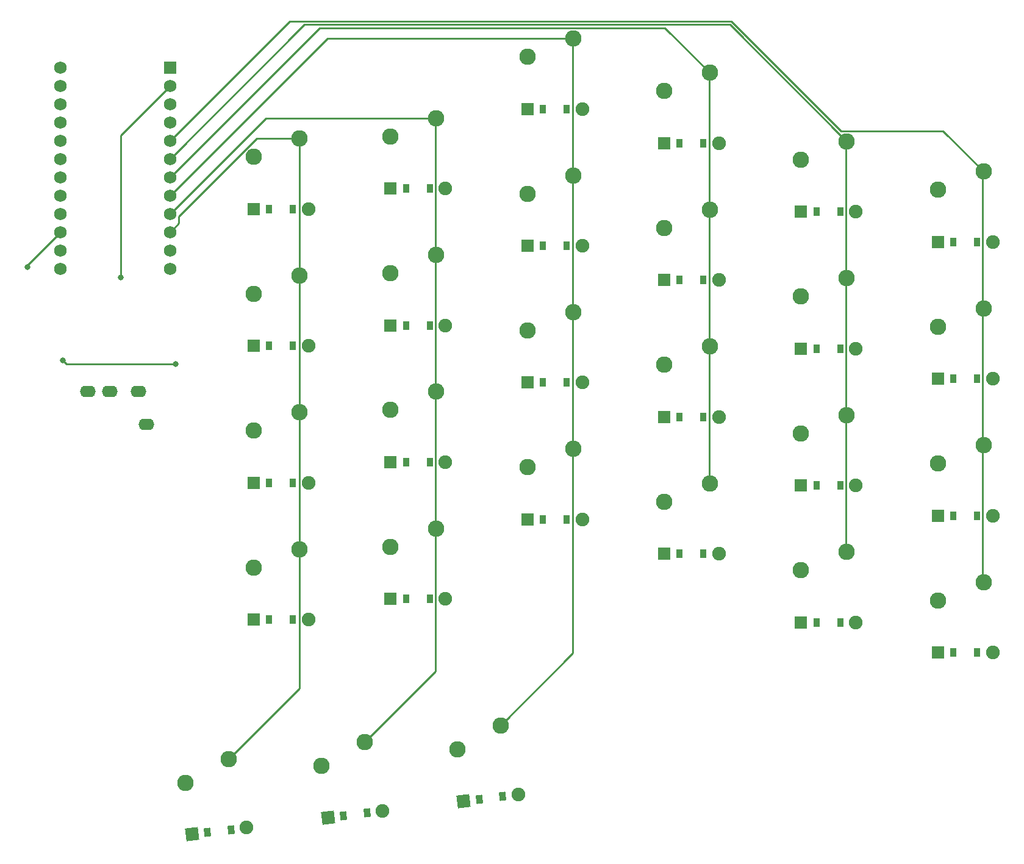
<source format=gbr>
%TF.GenerationSoftware,KiCad,Pcbnew,9.0.1*%
%TF.CreationDate,2025-06-02T17:15:55+02:00*%
%TF.ProjectId,pleiades_r,706c6569-6164-4657-935f-722e6b696361,v1.0.0*%
%TF.SameCoordinates,Original*%
%TF.FileFunction,Copper,L2,Bot*%
%TF.FilePolarity,Positive*%
%FSLAX46Y46*%
G04 Gerber Fmt 4.6, Leading zero omitted, Abs format (unit mm)*
G04 Created by KiCad (PCBNEW 9.0.1) date 2025-06-02 17:15:55*
%MOMM*%
%LPD*%
G01*
G04 APERTURE LIST*
G04 Aperture macros list*
%AMRotRect*
0 Rectangle, with rotation*
0 The origin of the aperture is its center*
0 $1 length*
0 $2 width*
0 $3 Rotation angle, in degrees counterclockwise*
0 Add horizontal line*
21,1,$1,$2,0,0,$3*%
G04 Aperture macros list end*
%TA.AperFunction,ComponentPad*%
%ADD10C,2.286000*%
%TD*%
%TA.AperFunction,ComponentPad*%
%ADD11R,1.752600X1.752600*%
%TD*%
%TA.AperFunction,ComponentPad*%
%ADD12C,1.752600*%
%TD*%
%TA.AperFunction,SMDPad,CuDef*%
%ADD13R,0.900000X1.200000*%
%TD*%
%TA.AperFunction,ComponentPad*%
%ADD14R,1.778000X1.778000*%
%TD*%
%TA.AperFunction,ComponentPad*%
%ADD15C,1.905000*%
%TD*%
%TA.AperFunction,SMDPad,CuDef*%
%ADD16RotRect,0.900000X1.200000X7.000000*%
%TD*%
%TA.AperFunction,ComponentPad*%
%ADD17RotRect,1.778000X1.778000X7.000000*%
%TD*%
%TA.AperFunction,ComponentPad*%
%ADD18O,2.200000X1.600000*%
%TD*%
%TA.AperFunction,ViaPad*%
%ADD19C,0.800000*%
%TD*%
%TA.AperFunction,Conductor*%
%ADD20C,0.250000*%
%TD*%
G04 APERTURE END LIST*
D10*
%TO.P,S1,1*%
%TO.N,P21*%
X324823508Y2222500D03*
%TO.P,S1,2*%
%TO.N,mirror_inner_bot*%
X318473508Y-317500D03*
%TD*%
%TO.P,S2,1*%
%TO.N,P21*%
X324823508Y21222500D03*
%TO.P,S2,2*%
%TO.N,mirror_inner_mid*%
X318473508Y18682500D03*
%TD*%
%TO.P,S3,1*%
%TO.N,P21*%
X324823508Y40222500D03*
%TO.P,S3,2*%
%TO.N,mirror_inner_top*%
X318473508Y37682500D03*
%TD*%
%TO.P,S4,1*%
%TO.N,P21*%
X324823508Y59222500D03*
%TO.P,S4,2*%
%TO.N,mirror_inner_num*%
X318473508Y56682500D03*
%TD*%
%TO.P,S5,1*%
%TO.N,P20*%
X305823508Y6413500D03*
%TO.P,S5,2*%
%TO.N,mirror_pinky_bot*%
X299473508Y3873500D03*
%TD*%
%TO.P,S6,1*%
%TO.N,P20*%
X305823508Y25413500D03*
%TO.P,S6,2*%
%TO.N,mirror_pinky_mid*%
X299473508Y22873500D03*
%TD*%
%TO.P,S7,1*%
%TO.N,P20*%
X305823508Y44413500D03*
%TO.P,S7,2*%
%TO.N,mirror_pinky_top*%
X299473508Y41873500D03*
%TD*%
%TO.P,S8,1*%
%TO.N,P20*%
X305823508Y63413500D03*
%TO.P,S8,2*%
%TO.N,mirror_pinky_num*%
X299473508Y60873500D03*
%TD*%
%TO.P,S9,1*%
%TO.N,P19*%
X286823508Y15938500D03*
%TO.P,S9,2*%
%TO.N,mirror_ring_bot*%
X280473508Y13398500D03*
%TD*%
%TO.P,S10,1*%
%TO.N,P19*%
X286823508Y34938500D03*
%TO.P,S10,2*%
%TO.N,mirror_ring_mid*%
X280473508Y32398500D03*
%TD*%
%TO.P,S11,1*%
%TO.N,P19*%
X286823508Y53938500D03*
%TO.P,S11,2*%
%TO.N,mirror_ring_top*%
X280473508Y51398500D03*
%TD*%
%TO.P,S12,1*%
%TO.N,P19*%
X286823508Y72938500D03*
%TO.P,S12,2*%
%TO.N,mirror_ring_num*%
X280473508Y70398500D03*
%TD*%
%TO.P,S13,1*%
%TO.N,P18*%
X267823508Y20701000D03*
%TO.P,S13,2*%
%TO.N,mirror_middle_bot*%
X261473508Y18161000D03*
%TD*%
%TO.P,S15,1*%
%TO.N,P18*%
X267823508Y58701000D03*
%TO.P,S15,2*%
%TO.N,mirror_middle_top*%
X261473508Y56161000D03*
%TD*%
%TO.P,S16,1*%
%TO.N,P18*%
X267823508Y77701000D03*
%TO.P,S16,2*%
%TO.N,mirror_middle_num*%
X261473508Y75161000D03*
%TD*%
%TO.P,S17,1*%
%TO.N,P15*%
X248823508Y9652000D03*
%TO.P,S17,2*%
%TO.N,mirror_point_bot*%
X242473508Y7112000D03*
%TD*%
%TO.P,S19,1*%
%TO.N,P15*%
X248823508Y47652000D03*
%TO.P,S19,2*%
%TO.N,mirror_point_top*%
X242473508Y45112000D03*
%TD*%
%TO.P,S20,1*%
%TO.N,P15*%
X248823508Y66652000D03*
%TO.P,S20,2*%
%TO.N,mirror_point_num*%
X242473508Y64112000D03*
%TD*%
%TO.P,S22,1*%
%TO.N,P14*%
X229823508Y25794500D03*
%TO.P,S22,2*%
%TO.N,mirror_pointfar_mid*%
X223473508Y23254500D03*
%TD*%
%TO.P,S23,1*%
%TO.N,P14*%
X229823508Y44794500D03*
%TO.P,S23,2*%
%TO.N,mirror_pointfar_top*%
X223473508Y42254500D03*
%TD*%
%TO.P,S24,1*%
%TO.N,P14*%
X229823508Y63794500D03*
%TO.P,S24,2*%
%TO.N,mirror_pointfar_num*%
X223473508Y61254500D03*
%TD*%
%TO.P,S25,1*%
%TO.N,P18*%
X257760479Y-17698817D03*
%TO.P,S25,2*%
%TO.N,mirror_alt_main*%
X251767359Y-20993755D03*
%TD*%
%TO.P,S26,1*%
%TO.N,P15*%
X238902102Y-20014334D03*
%TO.P,S26,2*%
%TO.N,mirror_mod_main*%
X232908982Y-23309272D03*
%TD*%
%TO.P,S27,1*%
%TO.N,P14*%
X220043725Y-22329852D03*
%TO.P,S27,2*%
%TO.N,mirror_space_main*%
X214050605Y-25624790D03*
%TD*%
D11*
%TO.P,MCU1,1*%
%TO.N,RAW*%
X211903508Y73684500D03*
D12*
%TO.P,MCU1,2*%
%TO.N,GND*%
X211903508Y71144500D03*
%TO.P,MCU1,3*%
%TO.N,RST*%
X211903508Y68604500D03*
%TO.P,MCU1,4*%
%TO.N,VCC*%
X211903508Y66064500D03*
%TO.P,MCU1,5*%
%TO.N,P21*%
X211903508Y63524500D03*
%TO.P,MCU1,6*%
%TO.N,P20*%
X211903508Y60984500D03*
%TO.P,MCU1,7*%
%TO.N,P19*%
X211903508Y58444500D03*
%TO.P,MCU1,8*%
%TO.N,P18*%
X211903508Y55904500D03*
%TO.P,MCU1,9*%
%TO.N,P15*%
X211903508Y53364500D03*
%TO.P,MCU1,10*%
%TO.N,P14*%
X211903508Y50824500D03*
%TO.P,MCU1,11*%
%TO.N,P16*%
X211903508Y48284500D03*
%TO.P,MCU1,12*%
%TO.N,P10*%
X211903508Y45744500D03*
%TO.P,MCU1,13*%
%TO.N,P1*%
X196663508Y73684500D03*
%TO.P,MCU1,14*%
%TO.N,P0*%
X196663508Y71144500D03*
%TO.P,MCU1,15*%
%TO.N,GND*%
X196663508Y68604500D03*
%TO.P,MCU1,16*%
X196663508Y66064500D03*
%TO.P,MCU1,17*%
%TO.N,P2*%
X196663508Y63524500D03*
%TO.P,MCU1,18*%
%TO.N,P3*%
X196663508Y60984500D03*
%TO.P,MCU1,19*%
%TO.N,P4*%
X196663508Y58444500D03*
%TO.P,MCU1,20*%
%TO.N,P5*%
X196663508Y55904500D03*
%TO.P,MCU1,21*%
%TO.N,P6*%
X196663508Y53364500D03*
%TO.P,MCU1,22*%
%TO.N,P7*%
X196663508Y50824500D03*
%TO.P,MCU1,23*%
%TO.N,P8*%
X196663508Y48284500D03*
%TO.P,MCU1,24*%
%TO.N,P9*%
X196663508Y45744500D03*
%TD*%
D13*
%TO.P,D1,2*%
%TO.N,mirror_inner_bot*%
X323933508Y-7557500D03*
%TO.P,D1,1*%
%TO.N,P16*%
X320633508Y-7557500D03*
D14*
X318473508Y-7557500D03*
D15*
%TO.P,D1,2*%
%TO.N,mirror_inner_bot*%
X326093508Y-7557500D03*
%TD*%
D13*
%TO.P,D2,2*%
%TO.N,mirror_inner_mid*%
X323933508Y11442500D03*
%TO.P,D2,1*%
%TO.N,P10*%
X320633508Y11442500D03*
D14*
X318473508Y11442500D03*
D15*
%TO.P,D2,2*%
%TO.N,mirror_inner_mid*%
X326093508Y11442500D03*
%TD*%
D13*
%TO.P,D3,2*%
%TO.N,mirror_inner_top*%
X323933508Y30442500D03*
%TO.P,D3,1*%
%TO.N,P9*%
X320633508Y30442500D03*
D14*
X318473508Y30442500D03*
D15*
%TO.P,D3,2*%
%TO.N,mirror_inner_top*%
X326093508Y30442500D03*
%TD*%
D13*
%TO.P,D4,2*%
%TO.N,mirror_inner_num*%
X323933508Y49442500D03*
%TO.P,D4,1*%
%TO.N,P8*%
X320633508Y49442500D03*
D14*
X318473508Y49442500D03*
D15*
%TO.P,D4,2*%
%TO.N,mirror_inner_num*%
X326093508Y49442500D03*
%TD*%
D13*
%TO.P,D5,2*%
%TO.N,mirror_pinky_bot*%
X304933508Y-3366500D03*
%TO.P,D5,1*%
%TO.N,P16*%
X301633508Y-3366500D03*
D14*
X299473508Y-3366500D03*
D15*
%TO.P,D5,2*%
%TO.N,mirror_pinky_bot*%
X307093508Y-3366500D03*
%TD*%
D13*
%TO.P,D6,2*%
%TO.N,mirror_pinky_mid*%
X304933508Y15633500D03*
%TO.P,D6,1*%
%TO.N,P10*%
X301633508Y15633500D03*
D14*
X299473508Y15633500D03*
D15*
%TO.P,D6,2*%
%TO.N,mirror_pinky_mid*%
X307093508Y15633500D03*
%TD*%
D13*
%TO.P,D7,2*%
%TO.N,mirror_pinky_top*%
X304933508Y34633500D03*
%TO.P,D7,1*%
%TO.N,P9*%
X301633508Y34633500D03*
D14*
X299473508Y34633500D03*
D15*
%TO.P,D7,2*%
%TO.N,mirror_pinky_top*%
X307093508Y34633500D03*
%TD*%
D13*
%TO.P,D8,2*%
%TO.N,mirror_pinky_num*%
X304933508Y53633500D03*
%TO.P,D8,1*%
%TO.N,P8*%
X301633508Y53633500D03*
D14*
X299473508Y53633500D03*
D15*
%TO.P,D8,2*%
%TO.N,mirror_pinky_num*%
X307093508Y53633500D03*
%TD*%
D13*
%TO.P,D9,2*%
%TO.N,mirror_ring_bot*%
X285933508Y6158500D03*
%TO.P,D9,1*%
%TO.N,P16*%
X282633508Y6158500D03*
D14*
X280473508Y6158500D03*
D15*
%TO.P,D9,2*%
%TO.N,mirror_ring_bot*%
X288093508Y6158500D03*
%TD*%
D13*
%TO.P,D10,2*%
%TO.N,mirror_ring_mid*%
X285933508Y25158500D03*
%TO.P,D10,1*%
%TO.N,P10*%
X282633508Y25158500D03*
D14*
X280473508Y25158500D03*
D15*
%TO.P,D10,2*%
%TO.N,mirror_ring_mid*%
X288093508Y25158500D03*
%TD*%
D13*
%TO.P,D11,2*%
%TO.N,mirror_ring_top*%
X285933508Y44158500D03*
%TO.P,D11,1*%
%TO.N,P9*%
X282633508Y44158500D03*
D14*
X280473508Y44158500D03*
D15*
%TO.P,D11,2*%
%TO.N,mirror_ring_top*%
X288093508Y44158500D03*
%TD*%
D13*
%TO.P,D12,2*%
%TO.N,mirror_ring_num*%
X285933508Y63158500D03*
%TO.P,D12,1*%
%TO.N,P8*%
X282633508Y63158500D03*
D14*
X280473508Y63158500D03*
D15*
%TO.P,D12,2*%
%TO.N,mirror_ring_num*%
X288093508Y63158500D03*
%TD*%
D13*
%TO.P,D14,2*%
%TO.N,mirror_middle_mid*%
X266933508Y29921000D03*
%TO.P,D14,1*%
%TO.N,P10*%
X263633508Y29921000D03*
D14*
X261473508Y29921000D03*
D15*
%TO.P,D14,2*%
%TO.N,mirror_middle_mid*%
X269093508Y29921000D03*
%TD*%
D13*
%TO.P,D15,2*%
%TO.N,mirror_middle_top*%
X266933508Y48921000D03*
%TO.P,D15,1*%
%TO.N,P9*%
X263633508Y48921000D03*
D14*
X261473508Y48921000D03*
D15*
%TO.P,D15,2*%
%TO.N,mirror_middle_top*%
X269093508Y48921000D03*
%TD*%
D13*
%TO.P,D17,2*%
%TO.N,mirror_point_bot*%
X247933508Y-128000D03*
%TO.P,D17,1*%
%TO.N,P16*%
X244633508Y-128000D03*
D14*
X242473508Y-128000D03*
D15*
%TO.P,D17,2*%
%TO.N,mirror_point_bot*%
X250093508Y-128000D03*
%TD*%
D13*
%TO.P,D18,2*%
%TO.N,mirror_point_mid*%
X247933508Y18872000D03*
%TO.P,D18,1*%
%TO.N,P10*%
X244633508Y18872000D03*
D14*
X242473508Y18872000D03*
D15*
%TO.P,D18,2*%
%TO.N,mirror_point_mid*%
X250093508Y18872000D03*
%TD*%
D13*
%TO.P,D19,2*%
%TO.N,mirror_point_top*%
X247933508Y37872000D03*
%TO.P,D19,1*%
%TO.N,P9*%
X244633508Y37872000D03*
D14*
X242473508Y37872000D03*
D15*
%TO.P,D19,2*%
%TO.N,mirror_point_top*%
X250093508Y37872000D03*
%TD*%
D13*
%TO.P,D20,2*%
%TO.N,mirror_point_num*%
X247933508Y56872000D03*
%TO.P,D20,1*%
%TO.N,P8*%
X244633508Y56872000D03*
D14*
X242473508Y56872000D03*
D15*
%TO.P,D20,2*%
%TO.N,mirror_point_num*%
X250093508Y56872000D03*
%TD*%
D13*
%TO.P,D21,2*%
%TO.N,mirror_pointfar_bot*%
X228933508Y-2985500D03*
%TO.P,D21,1*%
%TO.N,P16*%
X225633508Y-2985500D03*
D14*
X223473508Y-2985500D03*
D15*
%TO.P,D21,2*%
%TO.N,mirror_pointfar_bot*%
X231093508Y-2985500D03*
%TD*%
D13*
%TO.P,D22,2*%
%TO.N,mirror_pointfar_mid*%
X228933508Y16014500D03*
%TO.P,D22,1*%
%TO.N,P10*%
X225633508Y16014500D03*
D14*
X223473508Y16014500D03*
D15*
%TO.P,D22,2*%
%TO.N,mirror_pointfar_mid*%
X231093508Y16014500D03*
%TD*%
D13*
%TO.P,D23,2*%
%TO.N,mirror_pointfar_top*%
X228933508Y35014500D03*
%TO.P,D23,1*%
%TO.N,P9*%
X225633508Y35014500D03*
D14*
X223473508Y35014500D03*
D15*
%TO.P,D23,2*%
%TO.N,mirror_pointfar_top*%
X231093508Y35014500D03*
%TD*%
D16*
%TO.P,D25,2*%
%TO.N,mirror_alt_main*%
X258068994Y-27514383D03*
%TO.P,D25,1*%
%TO.N,P7*%
X254793592Y-27916551D03*
D17*
X252649692Y-28179789D03*
D15*
%TO.P,D25,2*%
%TO.N,mirror_alt_main*%
X260212894Y-27251145D03*
%TD*%
D16*
%TO.P,D26,2*%
%TO.N,mirror_mod_main*%
X239210618Y-29829900D03*
%TO.P,D26,1*%
%TO.N,P7*%
X235935216Y-30232068D03*
D17*
X233791316Y-30495306D03*
D15*
%TO.P,D26,2*%
%TO.N,mirror_mod_main*%
X241354518Y-29566662D03*
%TD*%
D16*
%TO.P,D27,2*%
%TO.N,mirror_space_main*%
X220352241Y-32145418D03*
%TO.P,D27,1*%
%TO.N,P7*%
X217076839Y-32547586D03*
D17*
X214932939Y-32810824D03*
D15*
%TO.P,D27,2*%
%TO.N,mirror_space_main*%
X222496141Y-31882180D03*
%TD*%
D18*
%TO.P,TRRS1,1*%
%TO.N,GND*%
X208583508Y24114500D03*
%TO.P,TRRS1,2*%
X207483508Y28714500D03*
%TO.P,TRRS1,3*%
%TO.N,P1*%
X203483508Y28714500D03*
%TO.P,TRRS1,4*%
%TO.N,VCC*%
X200483508Y28714500D03*
%TD*%
D10*
%TO.P,S21,1*%
%TO.N,P14*%
X229823508Y6794500D03*
%TO.P,S21,2*%
%TO.N,mirror_pointfar_bot*%
X223473508Y4254500D03*
%TD*%
D13*
%TO.P,D16,2*%
%TO.N,mirror_middle_num*%
X266933508Y67921000D03*
%TO.P,D16,1*%
%TO.N,P8*%
X263633508Y67921000D03*
D14*
X261473508Y67921000D03*
D15*
%TO.P,D16,2*%
%TO.N,mirror_middle_num*%
X269093508Y67921000D03*
%TD*%
D13*
%TO.P,D24,2*%
%TO.N,mirror_pointfar_num*%
X228933508Y54014500D03*
%TO.P,D24,1*%
%TO.N,P8*%
X225633508Y54014500D03*
D14*
X223473508Y54014500D03*
D15*
%TO.P,D24,2*%
%TO.N,mirror_pointfar_num*%
X231093508Y54014500D03*
%TD*%
D10*
%TO.P,S14,1*%
%TO.N,P18*%
X267823508Y39701000D03*
%TO.P,S14,2*%
%TO.N,mirror_middle_mid*%
X261473508Y37161000D03*
%TD*%
%TO.P,S18,1*%
%TO.N,P15*%
X248823508Y28652000D03*
%TO.P,S18,2*%
%TO.N,mirror_point_mid*%
X242473508Y26112000D03*
%TD*%
D13*
%TO.P,D13,2*%
%TO.N,mirror_middle_bot*%
X266933508Y10921000D03*
%TO.P,D13,1*%
%TO.N,P16*%
X263633508Y10921000D03*
D14*
X261473508Y10921000D03*
D15*
%TO.P,D13,2*%
%TO.N,mirror_middle_bot*%
X269093508Y10921000D03*
%TD*%
D19*
%TO.N,P7*%
X192058508Y46000000D03*
%TO.N,GND*%
X205000000Y44500000D03*
%TO.N,P9*%
X197000000Y33000000D03*
X212628508Y32500000D03*
%TD*%
D20*
%TO.N,P7*%
X192058508Y46219500D02*
X196663508Y50824500D01*
X192058508Y46000000D02*
X192058508Y46219500D01*
%TO.N,GND*%
X205000000Y64240992D02*
X211903508Y71144500D01*
X205000000Y44500000D02*
X205000000Y64240992D01*
%TO.N,P21*%
X228451008Y80072000D02*
X211903508Y63524500D01*
X289802818Y80072000D02*
X228451008Y80072000D01*
X304992318Y64882500D02*
X289802818Y80072000D01*
X324823508Y59222500D02*
X319163508Y64882500D01*
X319163508Y64882500D02*
X304992318Y64882500D01*
%TO.N,P20*%
X230540008Y79621000D02*
X211903508Y60984500D01*
X289616008Y79621000D02*
X230540008Y79621000D01*
X305823508Y63413500D02*
X289616008Y79621000D01*
%TO.N,P19*%
X232629008Y79170000D02*
X211903508Y58444500D01*
X280592008Y79170000D02*
X232629008Y79170000D01*
X286823508Y72938500D02*
X280592008Y79170000D01*
%TO.N,P18*%
X267823508Y77701000D02*
X233700008Y77701000D01*
X233700008Y77701000D02*
X211903508Y55904500D01*
%TO.N,P15*%
X225191008Y66652000D02*
X211903508Y53364500D01*
X248823508Y66652000D02*
X225191008Y66652000D01*
%TO.N,P14*%
X213105808Y52026800D02*
X211903508Y50824500D01*
X213105808Y52964280D02*
X213105808Y52026800D01*
X223936028Y63794500D02*
X213105808Y52964280D01*
X229823508Y63794500D02*
X223936028Y63794500D01*
%TO.N,P9*%
X197500000Y32500000D02*
X197000000Y33000000D01*
X212628508Y32500000D02*
X197500000Y32500000D01*
%TO.N,P21*%
X324709508Y2336500D02*
X324823508Y2222500D01*
X324823508Y59222500D02*
X324709508Y59108500D01*
%TO.N,P20*%
X305709508Y6527500D02*
X305823508Y6413500D01*
X305823508Y63413500D02*
X305709508Y63299500D01*
%TO.N,P19*%
X286709508Y16052500D02*
X286823508Y15938500D01*
X286823508Y72938500D02*
X286709508Y72824500D01*
%TO.N,P18*%
X267823508Y77701000D02*
X267815008Y77692500D01*
%TO.N,P15*%
X248823508Y66652000D02*
X248709508Y66538000D01*
%TO.N,P14*%
X229823508Y63794500D02*
X229815008Y63786000D01*
%TO.N,P18*%
X267815008Y-7644288D02*
X257760479Y-17698817D01*
%TO.N,P15*%
X248709508Y-10206928D02*
X238902102Y-20014334D01*
%TO.N,P14*%
X229815008Y-12558569D02*
X220043725Y-22329852D01*
%TO.N,P21*%
X324709508Y59108500D02*
X324709508Y2336500D01*
%TO.N,P20*%
X305709508Y63299500D02*
X305709508Y6527500D01*
%TO.N,P19*%
X286709508Y72824500D02*
X286709508Y16052500D01*
%TO.N,P14*%
X229815008Y63786000D02*
X229815008Y-12558569D01*
%TO.N,P15*%
X248709508Y66538000D02*
X248709508Y-10206928D01*
%TO.N,P18*%
X267815008Y77692500D02*
X267815008Y-7644288D01*
%TD*%
M02*

</source>
